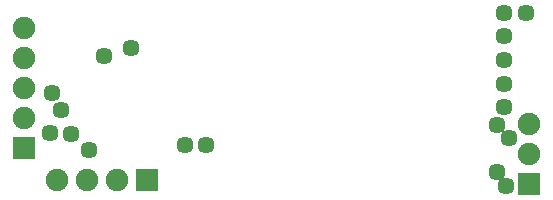
<source format=gbs>
G04*
G04 #@! TF.GenerationSoftware,Altium Limited,Altium Designer,18.1.1 (9)*
G04*
G04 Layer_Color=16711935*
%FSLAX42Y42*%
%MOMM*%
G71*
G01*
G75*
%ADD24R,1.91X1.91*%
%ADD25C,1.91*%
%ADD26R,1.91X1.91*%
%ADD27C,1.45*%
D24*
X1224Y160D02*
D03*
D25*
X970D02*
D03*
X716D02*
D03*
X462D02*
D03*
X4460Y384D02*
D03*
Y638D02*
D03*
X190Y686D02*
D03*
Y940D02*
D03*
Y1194D02*
D03*
Y1448D02*
D03*
D26*
X4460Y130D02*
D03*
X190Y432D02*
D03*
D27*
X4440Y1580D02*
D03*
X4190Y230D02*
D03*
X4290Y520D02*
D03*
X4190Y630D02*
D03*
X4270Y110D02*
D03*
X420Y900D02*
D03*
X500Y760D02*
D03*
X585Y555D02*
D03*
X740Y420D02*
D03*
X410Y560D02*
D03*
X4250Y1580D02*
D03*
X1730Y460D02*
D03*
X1550D02*
D03*
X862Y1210D02*
D03*
X1090Y1280D02*
D03*
X4250Y780D02*
D03*
Y980D02*
D03*
Y1180D02*
D03*
Y1380D02*
D03*
M02*

</source>
